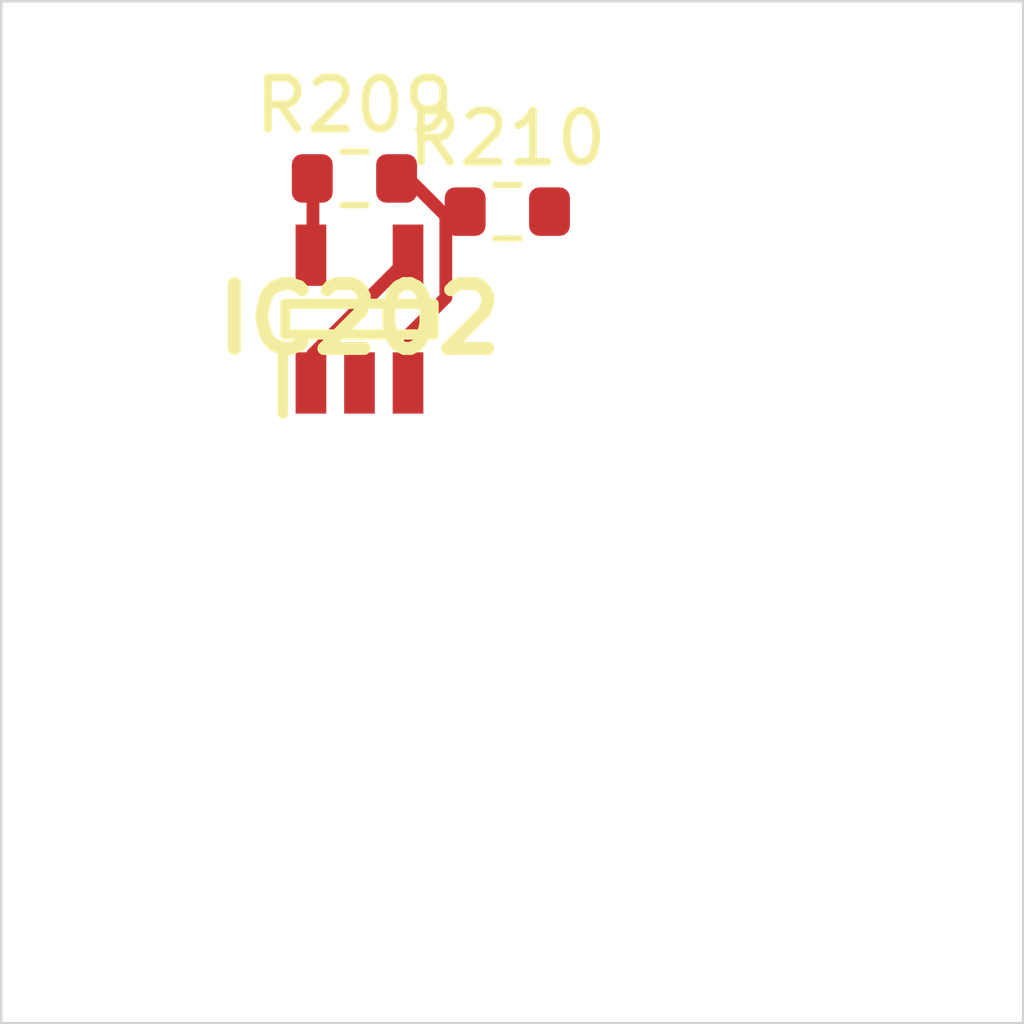
<source format=kicad_pcb>
 ( kicad_pcb  ( version 20171130 )
 ( host pcbnew 5.1.12-84ad8e8a86~92~ubuntu18.04.1 )
 ( general  ( thickness 1.6 )
 ( drawings 4 )
 ( tracks 0 )
 ( zones 0 )
 ( modules 3 )
 ( nets 5 )
)
 ( page A4 )
 ( layers  ( 0 F.Cu signal )
 ( 31 B.Cu signal )
 ( 32 B.Adhes user )
 ( 33 F.Adhes user )
 ( 34 B.Paste user )
 ( 35 F.Paste user )
 ( 36 B.SilkS user )
 ( 37 F.SilkS user )
 ( 38 B.Mask user )
 ( 39 F.Mask user )
 ( 40 Dwgs.User user )
 ( 41 Cmts.User user )
 ( 42 Eco1.User user )
 ( 43 Eco2.User user )
 ( 44 Edge.Cuts user )
 ( 45 Margin user )
 ( 46 B.CrtYd user )
 ( 47 F.CrtYd user )
 ( 48 B.Fab user )
 ( 49 F.Fab user )
)
 ( setup  ( last_trace_width 0.25 )
 ( trace_clearance 0.2 )
 ( zone_clearance 0.508 )
 ( zone_45_only no )
 ( trace_min 0.2 )
 ( via_size 0.8 )
 ( via_drill 0.4 )
 ( via_min_size 0.4 )
 ( via_min_drill 0.3 )
 ( uvia_size 0.3 )
 ( uvia_drill 0.1 )
 ( uvias_allowed no )
 ( uvia_min_size 0.2 )
 ( uvia_min_drill 0.1 )
 ( edge_width 0.05 )
 ( segment_width 0.2 )
 ( pcb_text_width 0.3 )
 ( pcb_text_size 1.5 1.5 )
 ( mod_edge_width 0.12 )
 ( mod_text_size 1 1 )
 ( mod_text_width 0.15 )
 ( pad_size 1.524 1.524 )
 ( pad_drill 0.762 )
 ( pad_to_mask_clearance 0 )
 ( aux_axis_origin 0 0 )
 ( visible_elements FFFFFF7F )
 ( pcbplotparams  ( layerselection 0x010fc_ffffffff )
 ( usegerberextensions false )
 ( usegerberattributes true )
 ( usegerberadvancedattributes true )
 ( creategerberjobfile true )
 ( excludeedgelayer true )
 ( linewidth 0.100000 )
 ( plotframeref false )
 ( viasonmask false )
 ( mode 1 )
 ( useauxorigin false )
 ( hpglpennumber 1 )
 ( hpglpenspeed 20 )
 ( hpglpendiameter 15.000000 )
 ( psnegative false )
 ( psa4output false )
 ( plotreference true )
 ( plotvalue true )
 ( plotinvisibletext false )
 ( padsonsilk false )
 ( subtractmaskfromsilk false )
 ( outputformat 1 )
 ( mirror false )
 ( drillshape 1 )
 ( scaleselection 1 )
 ( outputdirectory "" )
)
)
 ( net 0 "" )
 ( net 1 GND )
 ( net 2 VDDA )
 ( net 3 /Sheet6235D886/vp )
 ( net 4 "Net-(IC202-Pad3)" )
 ( net_class Default "This is the default net class."  ( clearance 0.2 )
 ( trace_width 0.25 )
 ( via_dia 0.8 )
 ( via_drill 0.4 )
 ( uvia_dia 0.3 )
 ( uvia_drill 0.1 )
 ( add_net /Sheet6235D886/vp )
 ( add_net GND )
 ( add_net "Net-(IC202-Pad3)" )
 ( add_net VDDA )
)
 ( module SOT95P280X145-5N locked  ( layer F.Cu )
 ( tedit 62336ED7 )
 ( tstamp 623423ED )
 ( at 87.010600 106.220000 90.000000 )
 ( descr DBV0005A )
 ( tags "Integrated Circuit" )
 ( path /6235D887/6266C08E )
 ( attr smd )
 ( fp_text reference IC202  ( at 0 0 )
 ( layer F.SilkS )
 ( effects  ( font  ( size 1.27 1.27 )
 ( thickness 0.254 )
)
)
)
 ( fp_text value TL071HIDBVR  ( at 0 0 )
 ( layer F.SilkS )
hide  ( effects  ( font  ( size 1.27 1.27 )
 ( thickness 0.254 )
)
)
)
 ( fp_line  ( start -1.85 -1.5 )
 ( end -0.65 -1.5 )
 ( layer F.SilkS )
 ( width 0.2 )
)
 ( fp_line  ( start -0.3 1.45 )
 ( end -0.3 -1.45 )
 ( layer F.SilkS )
 ( width 0.2 )
)
 ( fp_line  ( start 0.3 1.45 )
 ( end -0.3 1.45 )
 ( layer F.SilkS )
 ( width 0.2 )
)
 ( fp_line  ( start 0.3 -1.45 )
 ( end 0.3 1.45 )
 ( layer F.SilkS )
 ( width 0.2 )
)
 ( fp_line  ( start -0.3 -1.45 )
 ( end 0.3 -1.45 )
 ( layer F.SilkS )
 ( width 0.2 )
)
 ( fp_line  ( start -0.8 -0.5 )
 ( end 0.15 -1.45 )
 ( layer Dwgs.User )
 ( width 0.1 )
)
 ( fp_line  ( start -0.8 1.45 )
 ( end -0.8 -1.45 )
 ( layer Dwgs.User )
 ( width 0.1 )
)
 ( fp_line  ( start 0.8 1.45 )
 ( end -0.8 1.45 )
 ( layer Dwgs.User )
 ( width 0.1 )
)
 ( fp_line  ( start 0.8 -1.45 )
 ( end 0.8 1.45 )
 ( layer Dwgs.User )
 ( width 0.1 )
)
 ( fp_line  ( start -0.8 -1.45 )
 ( end 0.8 -1.45 )
 ( layer Dwgs.User )
 ( width 0.1 )
)
 ( fp_line  ( start -2.1 1.775 )
 ( end -2.1 -1.775 )
 ( layer Dwgs.User )
 ( width 0.05 )
)
 ( fp_line  ( start 2.1 1.775 )
 ( end -2.1 1.775 )
 ( layer Dwgs.User )
 ( width 0.05 )
)
 ( fp_line  ( start 2.1 -1.775 )
 ( end 2.1 1.775 )
 ( layer Dwgs.User )
 ( width 0.05 )
)
 ( fp_line  ( start -2.1 -1.775 )
 ( end 2.1 -1.775 )
 ( layer Dwgs.User )
 ( width 0.05 )
)
 ( pad 1 smd rect  ( at -1.25 -0.95 180.000000 )
 ( size 0.6 1.2 )
 ( layers F.Cu F.Mask F.Paste )
 ( net 3 /Sheet6235D886/vp )
)
 ( pad 2 smd rect  ( at -1.25 0 180.000000 )
 ( size 0.6 1.2 )
 ( layers F.Cu F.Mask F.Paste )
 ( net 1 GND )
)
 ( pad 3 smd rect  ( at -1.25 0.95 180.000000 )
 ( size 0.6 1.2 )
 ( layers F.Cu F.Mask F.Paste )
 ( net 4 "Net-(IC202-Pad3)" )
)
 ( pad 4 smd rect  ( at 1.25 0.95 180.000000 )
 ( size 0.6 1.2 )
 ( layers F.Cu F.Mask F.Paste )
 ( net 3 /Sheet6235D886/vp )
)
 ( pad 5 smd rect  ( at 1.25 -0.95 180.000000 )
 ( size 0.6 1.2 )
 ( layers F.Cu F.Mask F.Paste )
 ( net 2 VDDA )
)
)
 ( module Resistor_SMD:R_0603_1608Metric  ( layer F.Cu )
 ( tedit 5F68FEEE )
 ( tstamp 62342595 )
 ( at 86.911600 103.467000 )
 ( descr "Resistor SMD 0603 (1608 Metric), square (rectangular) end terminal, IPC_7351 nominal, (Body size source: IPC-SM-782 page 72, https://www.pcb-3d.com/wordpress/wp-content/uploads/ipc-sm-782a_amendment_1_and_2.pdf), generated with kicad-footprint-generator" )
 ( tags resistor )
 ( path /6235D887/623CDBD9 )
 ( attr smd )
 ( fp_text reference R209  ( at 0 -1.43 )
 ( layer F.SilkS )
 ( effects  ( font  ( size 1 1 )
 ( thickness 0.15 )
)
)
)
 ( fp_text value 100k  ( at 0 1.43 )
 ( layer F.Fab )
 ( effects  ( font  ( size 1 1 )
 ( thickness 0.15 )
)
)
)
 ( fp_line  ( start -0.8 0.4125 )
 ( end -0.8 -0.4125 )
 ( layer F.Fab )
 ( width 0.1 )
)
 ( fp_line  ( start -0.8 -0.4125 )
 ( end 0.8 -0.4125 )
 ( layer F.Fab )
 ( width 0.1 )
)
 ( fp_line  ( start 0.8 -0.4125 )
 ( end 0.8 0.4125 )
 ( layer F.Fab )
 ( width 0.1 )
)
 ( fp_line  ( start 0.8 0.4125 )
 ( end -0.8 0.4125 )
 ( layer F.Fab )
 ( width 0.1 )
)
 ( fp_line  ( start -0.237258 -0.5225 )
 ( end 0.237258 -0.5225 )
 ( layer F.SilkS )
 ( width 0.12 )
)
 ( fp_line  ( start -0.237258 0.5225 )
 ( end 0.237258 0.5225 )
 ( layer F.SilkS )
 ( width 0.12 )
)
 ( fp_line  ( start -1.48 0.73 )
 ( end -1.48 -0.73 )
 ( layer F.CrtYd )
 ( width 0.05 )
)
 ( fp_line  ( start -1.48 -0.73 )
 ( end 1.48 -0.73 )
 ( layer F.CrtYd )
 ( width 0.05 )
)
 ( fp_line  ( start 1.48 -0.73 )
 ( end 1.48 0.73 )
 ( layer F.CrtYd )
 ( width 0.05 )
)
 ( fp_line  ( start 1.48 0.73 )
 ( end -1.48 0.73 )
 ( layer F.CrtYd )
 ( width 0.05 )
)
 ( fp_text user %R  ( at 0 0 )
 ( layer F.Fab )
 ( effects  ( font  ( size 0.4 0.4 )
 ( thickness 0.06 )
)
)
)
 ( pad 1 smd roundrect  ( at -0.825 0 )
 ( size 0.8 0.95 )
 ( layers F.Cu F.Mask F.Paste )
 ( roundrect_rratio 0.25 )
 ( net 2 VDDA )
)
 ( pad 2 smd roundrect  ( at 0.825 0 )
 ( size 0.8 0.95 )
 ( layers F.Cu F.Mask F.Paste )
 ( roundrect_rratio 0.25 )
 ( net 4 "Net-(IC202-Pad3)" )
)
 ( model ${KISYS3DMOD}/Resistor_SMD.3dshapes/R_0603_1608Metric.wrl  ( at  ( xyz 0 0 0 )
)
 ( scale  ( xyz 1 1 1 )
)
 ( rotate  ( xyz 0 0 0 )
)
)
)
 ( module Resistor_SMD:R_0603_1608Metric  ( layer F.Cu )
 ( tedit 5F68FEEE )
 ( tstamp 623425A6 )
 ( at 89.903600 104.117000 )
 ( descr "Resistor SMD 0603 (1608 Metric), square (rectangular) end terminal, IPC_7351 nominal, (Body size source: IPC-SM-782 page 72, https://www.pcb-3d.com/wordpress/wp-content/uploads/ipc-sm-782a_amendment_1_and_2.pdf), generated with kicad-footprint-generator" )
 ( tags resistor )
 ( path /6235D887/623CDBDF )
 ( attr smd )
 ( fp_text reference R210  ( at 0 -1.43 )
 ( layer F.SilkS )
 ( effects  ( font  ( size 1 1 )
 ( thickness 0.15 )
)
)
)
 ( fp_text value 100k  ( at 0 1.43 )
 ( layer F.Fab )
 ( effects  ( font  ( size 1 1 )
 ( thickness 0.15 )
)
)
)
 ( fp_line  ( start 1.48 0.73 )
 ( end -1.48 0.73 )
 ( layer F.CrtYd )
 ( width 0.05 )
)
 ( fp_line  ( start 1.48 -0.73 )
 ( end 1.48 0.73 )
 ( layer F.CrtYd )
 ( width 0.05 )
)
 ( fp_line  ( start -1.48 -0.73 )
 ( end 1.48 -0.73 )
 ( layer F.CrtYd )
 ( width 0.05 )
)
 ( fp_line  ( start -1.48 0.73 )
 ( end -1.48 -0.73 )
 ( layer F.CrtYd )
 ( width 0.05 )
)
 ( fp_line  ( start -0.237258 0.5225 )
 ( end 0.237258 0.5225 )
 ( layer F.SilkS )
 ( width 0.12 )
)
 ( fp_line  ( start -0.237258 -0.5225 )
 ( end 0.237258 -0.5225 )
 ( layer F.SilkS )
 ( width 0.12 )
)
 ( fp_line  ( start 0.8 0.4125 )
 ( end -0.8 0.4125 )
 ( layer F.Fab )
 ( width 0.1 )
)
 ( fp_line  ( start 0.8 -0.4125 )
 ( end 0.8 0.4125 )
 ( layer F.Fab )
 ( width 0.1 )
)
 ( fp_line  ( start -0.8 -0.4125 )
 ( end 0.8 -0.4125 )
 ( layer F.Fab )
 ( width 0.1 )
)
 ( fp_line  ( start -0.8 0.4125 )
 ( end -0.8 -0.4125 )
 ( layer F.Fab )
 ( width 0.1 )
)
 ( fp_text user %R  ( at 0 0 )
 ( layer F.Fab )
 ( effects  ( font  ( size 0.4 0.4 )
 ( thickness 0.06 )
)
)
)
 ( pad 2 smd roundrect  ( at 0.825 0 )
 ( size 0.8 0.95 )
 ( layers F.Cu F.Mask F.Paste )
 ( roundrect_rratio 0.25 )
 ( net 1 GND )
)
 ( pad 1 smd roundrect  ( at -0.825 0 )
 ( size 0.8 0.95 )
 ( layers F.Cu F.Mask F.Paste )
 ( roundrect_rratio 0.25 )
 ( net 4 "Net-(IC202-Pad3)" )
)
 ( model ${KISYS3DMOD}/Resistor_SMD.3dshapes/R_0603_1608Metric.wrl  ( at  ( xyz 0 0 0 )
)
 ( scale  ( xyz 1 1 1 )
)
 ( rotate  ( xyz 0 0 0 )
)
)
)
 ( gr_line  ( start 100 100 )
 ( end 100 120 )
 ( layer Edge.Cuts )
 ( width 0.05 )
 ( tstamp 62E770C4 )
)
 ( gr_line  ( start 80 120 )
 ( end 100 120 )
 ( layer Edge.Cuts )
 ( width 0.05 )
 ( tstamp 62E770C0 )
)
 ( gr_line  ( start 80 100 )
 ( end 100 100 )
 ( layer Edge.Cuts )
 ( width 0.05 )
 ( tstamp 6234110C )
)
 ( gr_line  ( start 80 100 )
 ( end 80 120 )
 ( layer Edge.Cuts )
 ( width 0.05 )
)
 ( segment  ( start 86.100001 103.500002 )
 ( end 86.100001 105.000002 )
 ( width 0.250000 )
 ( layer F.Cu )
 ( net 2 )
)
 ( segment  ( start 88.000001 105.000002 )
 ( end 86.100001 106.900002 )
 ( width 0.250000 )
 ( layer F.Cu )
 ( net 3 )
)
 ( segment  ( start 86.100001 106.900002 )
 ( end 86.100001 107.500002 )
 ( width 0.250000 )
 ( layer F.Cu )
 ( net 3 )
)
 ( segment  ( start 87.700001 103.500002 )
 ( end 88.000001 103.500002 )
 ( width 0.250000 )
 ( layer F.Cu )
 ( net 4 )
)
 ( segment  ( start 88.000001 103.500002 )
 ( end 88.700001 104.200002 )
 ( width 0.250000 )
 ( layer F.Cu )
 ( net 4 )
)
 ( segment  ( start 88.700001 104.200002 )
 ( end 88.700001 105.800002 )
 ( width 0.250000 )
 ( layer F.Cu )
 ( net 4 )
)
 ( segment  ( start 88.700001 105.800002 )
 ( end 88.000001 106.500002 )
 ( width 0.250000 )
 ( layer F.Cu )
 ( net 4 )
)
 ( segment  ( start 88.000001 106.500002 )
 ( end 88.000001 107.500002 )
 ( width 0.250000 )
 ( layer F.Cu )
 ( net 4 )
)
 ( segment  ( start 89.100001 104.100002 )
 ( end 89.000001 104.200002 )
 ( width 0.250000 )
 ( layer F.Cu )
 ( net 4 )
)
 ( segment  ( start 89.000001 104.200002 )
 ( end 88.700001 104.200002 )
 ( width 0.250000 )
 ( layer F.Cu )
 ( net 4 )
)
)

</source>
